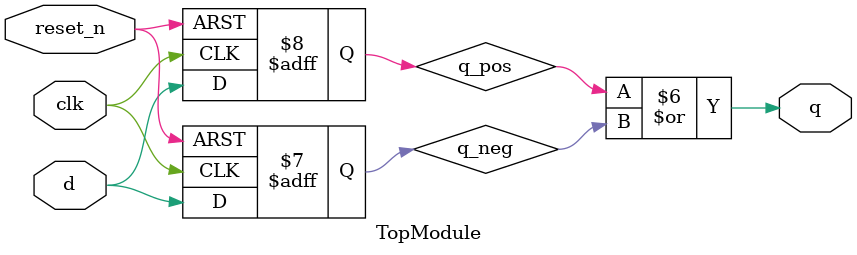
<source format=sv>
module TopModule (
    input logic clk,
    input logic d,
    input logic reset_n,
    output logic q
);

logic q_pos, q_neg;

always @(posedge clk or negedge reset_n) begin
    if (!reset_n)
        q_pos <= 1'b0;
    else
        q_pos <= d;
end

always @(negedge clk or negedge reset_n) begin
    if (!reset_n)
        q_neg <= 1'b0;
    else
        q_neg <= d;
end

always @(*) begin
    q = q_pos | q_neg; // Logic to emulate dual-edge behavior
end

endmodule
</source>
